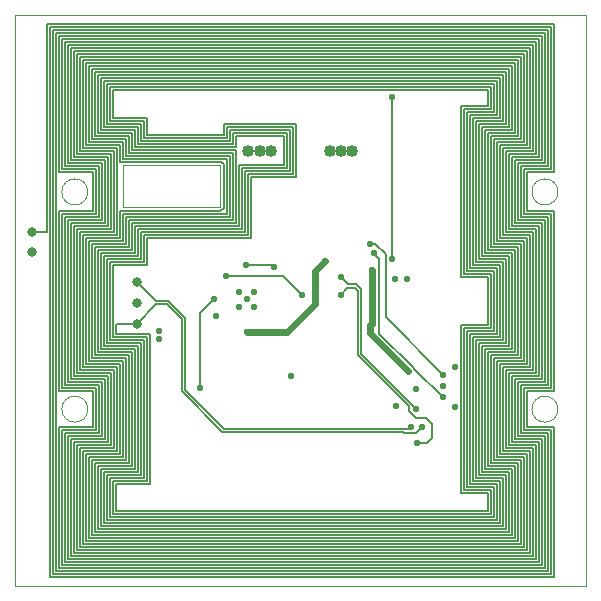
<source format=gbr>
%TF.GenerationSoftware,KiCad,Pcbnew,(5.1.4)-1*%
%TF.CreationDate,2019-10-25T20:37:58-07:00*%
%TF.ProjectId,SolarCellZ_v1,536f6c61-7243-4656-9c6c-5a5f76312e6b,rev?*%
%TF.SameCoordinates,Original*%
%TF.FileFunction,Copper,L5,Inr*%
%TF.FilePolarity,Positive*%
%FSLAX46Y46*%
G04 Gerber Fmt 4.6, Leading zero omitted, Abs format (unit mm)*
G04 Created by KiCad (PCBNEW (5.1.4)-1) date 2019-10-25 20:37:58*
%MOMM*%
%LPD*%
G04 APERTURE LIST*
%ADD10C,0.050000*%
%ADD11C,1.016000*%
%ADD12C,0.584200*%
%ADD13C,0.800000*%
%ADD14C,0.609600*%
%ADD15C,0.152400*%
%ADD16C,0.127000*%
G04 APERTURE END LIST*
D10*
X99200000Y-52750000D02*
X99200000Y-56250000D01*
X99200000Y-56250000D02*
X107400000Y-56250000D01*
X107400000Y-52750000D02*
X107400000Y-56250000D01*
X99200000Y-52750000D02*
X107400000Y-52750000D01*
X96200000Y-73400000D02*
G75*
G03X96200000Y-73400000I-1100000J0D01*
G01*
X136000000Y-73400000D02*
G75*
G03X136000000Y-73400000I-1100000J0D01*
G01*
X136000000Y-55000000D02*
G75*
G03X136000000Y-55000000I-1100000J0D01*
G01*
X96200000Y-55000000D02*
G75*
G03X96200000Y-55000000I-1100000J0D01*
G01*
X138400000Y-88400000D02*
X90000000Y-88400000D01*
X90000000Y-88400000D02*
X90000000Y-40000000D01*
X138400000Y-40000000D02*
X138400000Y-88400000D01*
X90000000Y-40000000D02*
X138400000Y-40000000D01*
D11*
X116700000Y-51500000D03*
X117650000Y-51500000D03*
X111700000Y-51500000D03*
X110750000Y-51500000D03*
X118600000Y-51500000D03*
X109800000Y-51500000D03*
D12*
X126301500Y-71437500D03*
X124015500Y-71691500D03*
X120268110Y-61604791D03*
X120078500Y-66357500D03*
X127254000Y-69786500D03*
X123317000Y-70167500D03*
X107032512Y-65473693D03*
X109654340Y-64046100D03*
X113411000Y-70548500D03*
X110253760Y-64708256D03*
X108983760Y-64708256D03*
X110261400Y-63439040D03*
X108983760Y-63463656D03*
X122237500Y-62357000D03*
X123253500Y-62357000D03*
X122301000Y-73088500D03*
X127254000Y-73215500D03*
X126301500Y-70485000D03*
X120111294Y-59382647D03*
X126238000Y-72390000D03*
X120396000Y-60198000D03*
X121920000Y-60706000D03*
X121920000Y-46990000D03*
X124015500Y-73406000D03*
X117602000Y-62166500D03*
X116268500Y-60833000D03*
X109644160Y-66892656D03*
X107886500Y-62103000D03*
X114299990Y-63690500D03*
X124045117Y-76257156D03*
X117602000Y-63690500D03*
X109601000Y-61214000D03*
X111950500Y-61380850D03*
X105664000Y-71628000D03*
X106874656Y-64098656D03*
X102235000Y-67437000D03*
X102235000Y-66802000D03*
D13*
X91440000Y-58420000D03*
X91440000Y-60071000D03*
X100330000Y-64389000D03*
X100330000Y-62611000D03*
X100330000Y-66167000D03*
D12*
X124523500Y-74866500D03*
X123571000Y-74866500D03*
D14*
X120269000Y-61605681D02*
X120268110Y-61604791D01*
X120078500Y-66357500D02*
X120269000Y-66167000D01*
X120269000Y-66167000D02*
X120269000Y-61605681D01*
X120078500Y-66357500D02*
X120078500Y-66929000D01*
X120078500Y-66929000D02*
X123317000Y-70167500D01*
D15*
X121424699Y-60282961D02*
X120524385Y-59382647D01*
X120524385Y-59382647D02*
X120111294Y-59382647D01*
X121424699Y-65608199D02*
X121424699Y-60282961D01*
X126301500Y-70485000D02*
X121424699Y-65608199D01*
X123812301Y-69964301D02*
X123812301Y-69929755D01*
X126238000Y-72390000D02*
X123812301Y-69964301D01*
X120688099Y-60490099D02*
X120396000Y-60198000D01*
X120891301Y-67008755D02*
X120891301Y-60693301D01*
X123812301Y-69929755D02*
X120891301Y-67008755D01*
X120891301Y-60693301D02*
X120688099Y-60490099D01*
X121920000Y-46990000D02*
X121920000Y-60706000D01*
D16*
X119316511Y-68707011D02*
X124015500Y-73406000D01*
X119316511Y-63246011D02*
X119316511Y-68707011D01*
X118872000Y-62801500D02*
X119316511Y-63246011D01*
X117602000Y-62166500D02*
X118237000Y-62801500D01*
X118237000Y-62801500D02*
X118872000Y-62801500D01*
D14*
X115443000Y-61658500D02*
X115443000Y-64516000D01*
X113066344Y-66892656D02*
X109644160Y-66892656D01*
X116268500Y-60833000D02*
X115443000Y-61658500D01*
X115443000Y-64516000D02*
X113066344Y-66892656D01*
D15*
X107886500Y-62103000D02*
X112712490Y-62103000D01*
X112712490Y-62103000D02*
X114299990Y-63690500D01*
D16*
X124910844Y-76257156D02*
X124045117Y-76257156D01*
X125349000Y-75819000D02*
X124910844Y-76257156D01*
X123380500Y-73533000D02*
X124015500Y-74168000D01*
X118173500Y-63119000D02*
X118808500Y-63119000D01*
X118808500Y-63119000D02*
X119062500Y-63373000D01*
X119062500Y-63373000D02*
X119062500Y-68834000D01*
X125349000Y-74676000D02*
X125349000Y-75819000D01*
X124015500Y-74168000D02*
X124841000Y-74168000D01*
X117602000Y-63690500D02*
X118173500Y-63119000D01*
X119062500Y-68834000D02*
X123380500Y-73152000D01*
X124841000Y-74168000D02*
X125349000Y-74676000D01*
X123380500Y-73152000D02*
X123380500Y-73533000D01*
D15*
X109601000Y-61214000D02*
X111783650Y-61214000D01*
X111783650Y-61214000D02*
X111950500Y-61380850D01*
X106582557Y-64390755D02*
X106551245Y-64390755D01*
X106874656Y-64098656D02*
X106582557Y-64390755D01*
X105664000Y-65278000D02*
X105664000Y-71628000D01*
X106551245Y-64390755D02*
X105664000Y-65278000D01*
D16*
X91440000Y-58420000D02*
X92710000Y-58420000D01*
X98298000Y-46355000D02*
X130048000Y-46355000D01*
X98298000Y-48768000D02*
X98298000Y-46355000D01*
X101219000Y-48768000D02*
X98298000Y-48768000D01*
X101219000Y-50165000D02*
X101219000Y-48768000D01*
X107696000Y-50165000D02*
X101219000Y-50165000D01*
X107696000Y-49276000D02*
X107696000Y-50165000D01*
X113792000Y-49276000D02*
X107696000Y-49276000D01*
X113792000Y-53721000D02*
X113792000Y-49276000D01*
X109982000Y-53721000D02*
X113792000Y-53721000D01*
X109982000Y-58928000D02*
X109982000Y-53721000D01*
X101219000Y-58928000D02*
X109982000Y-58928000D01*
X101219000Y-61214000D02*
X101219000Y-58928000D01*
X98298000Y-61214000D02*
X101219000Y-61214000D01*
X98298000Y-67310000D02*
X98298000Y-61214000D01*
X101219000Y-67310000D02*
X98298000Y-67310000D01*
X101219000Y-79502000D02*
X101219000Y-67310000D01*
X98298000Y-79502000D02*
X101219000Y-79502000D01*
X98298000Y-82296000D02*
X98298000Y-79502000D01*
X130302000Y-82296000D02*
X98298000Y-82296000D01*
X130302000Y-80264000D02*
X130302000Y-82296000D01*
X128016000Y-80264000D02*
X130302000Y-80264000D01*
X128016000Y-66548000D02*
X128016000Y-80264000D01*
X130302000Y-66548000D02*
X128016000Y-66548000D01*
X130302000Y-61976000D02*
X130302000Y-66548000D01*
X128016000Y-61976000D02*
X130302000Y-61976000D01*
X128016000Y-48006000D02*
X128016000Y-61976000D01*
X130302000Y-48006000D02*
X128016000Y-48006000D01*
X130302000Y-46101000D02*
X130302000Y-48006000D01*
X98044000Y-46101000D02*
X130302000Y-46101000D01*
X98044000Y-49022000D02*
X98044000Y-46101000D01*
X100965000Y-49022000D02*
X98044000Y-49022000D01*
X100965000Y-50419000D02*
X100965000Y-49022000D01*
X107950000Y-50419000D02*
X100965000Y-50419000D01*
X107950000Y-49530000D02*
X107950000Y-50419000D01*
X113538000Y-49530000D02*
X107950000Y-49530000D01*
X113538000Y-53467000D02*
X113538000Y-49530000D01*
X109728000Y-53467000D02*
X113538000Y-53467000D01*
X109728000Y-58674000D02*
X109728000Y-53467000D01*
X100965000Y-58674000D02*
X109728000Y-58674000D01*
X100965000Y-60960000D02*
X100965000Y-58674000D01*
X98044000Y-60960000D02*
X100965000Y-60960000D01*
X98044000Y-67564000D02*
X98044000Y-60960000D01*
X100965000Y-67564000D02*
X98044000Y-67564000D01*
X100965000Y-79248000D02*
X100965000Y-67564000D01*
X98044000Y-79248000D02*
X100965000Y-79248000D01*
X98044000Y-82550000D02*
X98044000Y-79248000D01*
X130556000Y-82550000D02*
X98044000Y-82550000D01*
X130556000Y-80010000D02*
X130556000Y-82550000D01*
X128270000Y-80010000D02*
X130556000Y-80010000D01*
X128270000Y-66802000D02*
X128270000Y-80010000D01*
X130556000Y-66802000D02*
X128270000Y-66802000D01*
X130556000Y-61722000D02*
X130556000Y-66802000D01*
X128270000Y-61722000D02*
X130556000Y-61722000D01*
X128270000Y-48260000D02*
X128270000Y-61722000D01*
X130556000Y-48260000D02*
X128270000Y-48260000D01*
X130556000Y-45847000D02*
X130556000Y-48260000D01*
X97790000Y-45847000D02*
X130556000Y-45847000D01*
X97790000Y-49276000D02*
X97790000Y-45847000D01*
X100711000Y-49276000D02*
X97790000Y-49276000D01*
X100711000Y-50673000D02*
X100711000Y-49276000D01*
X108204000Y-50673000D02*
X100711000Y-50673000D01*
X108204000Y-49784000D02*
X108204000Y-50673000D01*
X113284000Y-49784000D02*
X108204000Y-49784000D01*
X113284000Y-53213000D02*
X113284000Y-49784000D01*
X100203000Y-68326000D02*
X97282000Y-68326000D01*
X108712000Y-50292000D02*
X108712000Y-51181000D01*
X129032000Y-79248000D02*
X131318000Y-79248000D01*
X129032000Y-67564000D02*
X129032000Y-79248000D01*
X97790000Y-67818000D02*
X97790000Y-60706000D01*
X131318000Y-45085000D02*
X131318000Y-49022000D01*
X97028000Y-45085000D02*
X131318000Y-45085000D01*
X127762000Y-80518000D02*
X130048000Y-80518000D01*
X131064000Y-77216000D02*
X133350000Y-77216000D01*
X94742000Y-52324000D02*
X94742000Y-42799000D01*
X108966000Y-52705000D02*
X112776000Y-52705000D01*
X96266000Y-50800000D02*
X96266000Y-44323000D01*
X131064000Y-83058000D02*
X97536000Y-83058000D01*
X108204000Y-51943000D02*
X99441000Y-51943000D01*
X130048000Y-46355000D02*
X130048000Y-47752000D01*
X132334000Y-50038000D02*
X130048000Y-50038000D01*
X108966000Y-57912000D02*
X108966000Y-52705000D01*
X98933000Y-56642000D02*
X107416014Y-56642000D01*
X94742000Y-75946000D02*
X97663000Y-75946000D01*
X132588000Y-59690000D02*
X132588000Y-68834000D01*
X133350000Y-69596000D02*
X131064000Y-69596000D01*
X96901000Y-56896000D02*
X96901000Y-53086000D01*
X99949000Y-51435000D02*
X99949000Y-50038000D01*
X93472000Y-41529000D02*
X134874000Y-41529000D01*
X94742000Y-85852000D02*
X94742000Y-75946000D01*
X132588000Y-50292000D02*
X130302000Y-50292000D01*
X133858000Y-85852000D02*
X94742000Y-85852000D01*
X132588000Y-68834000D02*
X130302000Y-68834000D01*
X133858000Y-76708000D02*
X133858000Y-85852000D01*
X132080000Y-84074000D02*
X96520000Y-84074000D01*
X131572000Y-76708000D02*
X133858000Y-76708000D01*
X98679000Y-69850000D02*
X95758000Y-69850000D01*
X131572000Y-70104000D02*
X131572000Y-76708000D01*
X129794000Y-68326000D02*
X129794000Y-78486000D01*
X133858000Y-70104000D02*
X131572000Y-70104000D01*
X95250000Y-85344000D02*
X95250000Y-76454000D01*
X133858000Y-58420000D02*
X133858000Y-70104000D01*
X130048000Y-80518000D02*
X130048000Y-82042000D01*
X107950000Y-56896000D02*
X107950000Y-52197000D01*
X131572000Y-58420000D02*
X133858000Y-58420000D01*
X95504000Y-43561000D02*
X132842000Y-43561000D01*
X131572000Y-51562000D02*
X131572000Y-58420000D01*
X98552000Y-66294000D02*
X98679000Y-66167000D01*
X98171000Y-51816000D02*
X95250000Y-51816000D01*
X133858000Y-51562000D02*
X131572000Y-51562000D01*
X95250000Y-76454000D02*
X98171000Y-76454000D01*
X133858000Y-42545000D02*
X133858000Y-51562000D01*
X130048000Y-62230000D02*
X130048000Y-66294000D01*
X132842000Y-69088000D02*
X130556000Y-69088000D01*
X131064000Y-69596000D02*
X131064000Y-77216000D01*
X134112000Y-58166000D02*
X134112000Y-70358000D01*
X94488000Y-42545000D02*
X133858000Y-42545000D01*
X133096000Y-50800000D02*
X130810000Y-50800000D01*
X94488000Y-52578000D02*
X94488000Y-42545000D01*
X130556000Y-77724000D02*
X132842000Y-77724000D01*
X97409000Y-52578000D02*
X94488000Y-52578000D01*
X132334000Y-59944000D02*
X132334000Y-68580000D01*
X97409000Y-57404000D02*
X97409000Y-52578000D01*
X96012000Y-51054000D02*
X96012000Y-44069000D01*
X94488000Y-57404000D02*
X97409000Y-57404000D01*
X96012000Y-84582000D02*
X96012000Y-77216000D01*
X133350000Y-43053000D02*
X133350000Y-51054000D01*
X131826000Y-51816000D02*
X131826000Y-58166000D01*
X94488000Y-71120000D02*
X94488000Y-57404000D01*
X95250000Y-70358000D02*
X95250000Y-58166000D01*
X97409000Y-71120000D02*
X94488000Y-71120000D01*
X132334000Y-44069000D02*
X132334000Y-50038000D01*
X97409000Y-75692000D02*
X97409000Y-71120000D01*
X98425000Y-70104000D02*
X95504000Y-70104000D01*
X94488000Y-75692000D02*
X97409000Y-75692000D01*
X132842000Y-59436000D02*
X132842000Y-69088000D01*
X94488000Y-86106000D02*
X94488000Y-75692000D01*
X99441000Y-51943000D02*
X99441000Y-50546000D01*
X134112000Y-86106000D02*
X94488000Y-86106000D01*
X130810000Y-77470000D02*
X133096000Y-77470000D01*
X134112000Y-76454000D02*
X134112000Y-86106000D01*
X127762000Y-47752000D02*
X127762000Y-62230000D01*
X98679000Y-58674000D02*
X98679000Y-51308000D01*
X131826000Y-76454000D02*
X134112000Y-76454000D01*
X107509014Y-52451000D02*
X98933000Y-52451000D01*
X131826000Y-70358000D02*
X131826000Y-76454000D01*
X92964000Y-87630000D02*
X92964000Y-41021000D01*
X95758000Y-51308000D02*
X95758000Y-43815000D01*
X131826000Y-58166000D02*
X134112000Y-58166000D01*
X97282000Y-68326000D02*
X97282000Y-60198000D01*
X133096000Y-75184000D02*
X135382000Y-75184000D01*
X134112000Y-51816000D02*
X131826000Y-51816000D01*
X134112000Y-42291000D02*
X134112000Y-51816000D01*
X131318000Y-79248000D02*
X131318000Y-83312000D01*
X133096000Y-53086000D02*
X133096000Y-56896000D01*
X94234000Y-42291000D02*
X134112000Y-42291000D01*
X97155000Y-52832000D02*
X94234000Y-52832000D01*
X97917000Y-52070000D02*
X94996000Y-52070000D01*
X133350000Y-58928000D02*
X133350000Y-69596000D01*
X130810000Y-45593000D02*
X130810000Y-48514000D01*
X131318000Y-49022000D02*
X129032000Y-49022000D01*
X135636000Y-40767000D02*
X135636000Y-53340000D01*
X97155000Y-75438000D02*
X97155000Y-71374000D01*
X97155000Y-57150000D02*
X97155000Y-52832000D01*
X97917000Y-57912000D02*
X97917000Y-52070000D01*
X94234000Y-57150000D02*
X97155000Y-57150000D01*
X133096000Y-59182000D02*
X133096000Y-69342000D01*
X97155000Y-71374000D02*
X94234000Y-71374000D01*
X131318000Y-83312000D02*
X97282000Y-83312000D01*
X135382000Y-71628000D02*
X133096000Y-71628000D01*
X130556000Y-69088000D02*
X130556000Y-77724000D01*
X94234000Y-86360000D02*
X94234000Y-75438000D01*
X133096000Y-69342000D02*
X130810000Y-69342000D01*
X97917000Y-70612000D02*
X94996000Y-70612000D01*
X132080000Y-57912000D02*
X134366000Y-57912000D01*
X134366000Y-86360000D02*
X94234000Y-86360000D01*
X95250000Y-51816000D02*
X95250000Y-43307000D01*
X134366000Y-70612000D02*
X132080000Y-70612000D01*
X133096000Y-43307000D02*
X133096000Y-50800000D01*
X97663000Y-57658000D02*
X97663000Y-52324000D01*
X133604000Y-85598000D02*
X94996000Y-85598000D01*
X134366000Y-57912000D02*
X134366000Y-70612000D01*
X133604000Y-76962000D02*
X133604000Y-85598000D01*
X93980000Y-53086000D02*
X93980000Y-42037000D01*
X132080000Y-52070000D02*
X132080000Y-57912000D01*
X132588000Y-43815000D02*
X132588000Y-50292000D01*
X134366000Y-42037000D02*
X134366000Y-52070000D01*
X130556000Y-59436000D02*
X132842000Y-59436000D01*
X131318000Y-76962000D02*
X133604000Y-76962000D01*
X131318000Y-58674000D02*
X133604000Y-58674000D01*
X94234000Y-52832000D02*
X94234000Y-42291000D01*
X94996000Y-57912000D02*
X97917000Y-57912000D01*
X94234000Y-75438000D02*
X97155000Y-75438000D01*
X97028000Y-50038000D02*
X97028000Y-45085000D01*
X133096000Y-71628000D02*
X133096000Y-75184000D01*
X134366000Y-52070000D02*
X132080000Y-52070000D01*
X135128000Y-57150000D02*
X135128000Y-71374000D01*
X134112000Y-70358000D02*
X131826000Y-70358000D01*
X130810000Y-59182000D02*
X133096000Y-59182000D01*
X93726000Y-86868000D02*
X93726000Y-74930000D01*
X95250000Y-43307000D02*
X133096000Y-43307000D01*
X97663000Y-70866000D02*
X94742000Y-70866000D01*
X100203000Y-49784000D02*
X97282000Y-49784000D01*
X96266000Y-77470000D02*
X99187000Y-77470000D01*
X94996000Y-52070000D02*
X94996000Y-43053000D01*
X94742000Y-57658000D02*
X97663000Y-57658000D01*
X109220000Y-52959000D02*
X113030000Y-52959000D01*
X97028000Y-68580000D02*
X97028000Y-59944000D01*
X132080000Y-70612000D02*
X132080000Y-76200000D01*
X133604000Y-51308000D02*
X131318000Y-51308000D01*
X97282000Y-83312000D02*
X97282000Y-78486000D01*
X135636000Y-74930000D02*
X135636000Y-87630000D01*
X93726000Y-41783000D02*
X134620000Y-41783000D01*
X134620000Y-57658000D02*
X134620000Y-70866000D01*
X132334000Y-57658000D02*
X134620000Y-57658000D01*
X133096000Y-85090000D02*
X95504000Y-85090000D01*
X93980000Y-56896000D02*
X96901000Y-56896000D01*
X96647000Y-74930000D02*
X96647000Y-71882000D01*
X133604000Y-69850000D02*
X131318000Y-69850000D01*
X97663000Y-52324000D02*
X94742000Y-52324000D01*
X133350000Y-51054000D02*
X131064000Y-51054000D01*
X129032000Y-60960000D02*
X131318000Y-60960000D01*
X132842000Y-57150000D02*
X135128000Y-57150000D01*
X134366000Y-76200000D02*
X134366000Y-86360000D01*
X93980000Y-71628000D02*
X93980000Y-56896000D01*
X98679000Y-51308000D02*
X95758000Y-51308000D01*
X97536000Y-78740000D02*
X100457000Y-78740000D01*
X135636000Y-56642000D02*
X135636000Y-71882000D01*
X99695000Y-57404000D02*
X108458000Y-57404000D01*
X132334000Y-70866000D02*
X132334000Y-75946000D01*
X132080000Y-76200000D02*
X134366000Y-76200000D01*
X131318000Y-69850000D02*
X131318000Y-76962000D01*
X96647000Y-71882000D02*
X93726000Y-71882000D01*
X93726000Y-71882000D02*
X93726000Y-56642000D01*
X108458000Y-50927000D02*
X100457000Y-50927000D01*
X99949000Y-50038000D02*
X97028000Y-50038000D01*
X133350000Y-71882000D02*
X133350000Y-74930000D01*
X97917000Y-76200000D02*
X97917000Y-70612000D01*
X131064000Y-58928000D02*
X133350000Y-58928000D01*
X93726000Y-74930000D02*
X96647000Y-74930000D01*
X97663000Y-75946000D02*
X97663000Y-70866000D01*
X133604000Y-58674000D02*
X133604000Y-69850000D01*
X134620000Y-75946000D02*
X134620000Y-86614000D01*
X94996000Y-76200000D02*
X97917000Y-76200000D01*
X94996000Y-43053000D02*
X133350000Y-43053000D01*
X134620000Y-52324000D02*
X132334000Y-52324000D01*
X132842000Y-50546000D02*
X130556000Y-50546000D01*
X94742000Y-70866000D02*
X94742000Y-57658000D01*
X131064000Y-51054000D02*
X131064000Y-58928000D01*
X132334000Y-75946000D02*
X134620000Y-75946000D01*
X96901000Y-75184000D02*
X96901000Y-71628000D01*
X131318000Y-51308000D02*
X131318000Y-58674000D01*
X94234000Y-71374000D02*
X94234000Y-57150000D01*
X95758000Y-58674000D02*
X98679000Y-58674000D01*
X96901000Y-71628000D02*
X93980000Y-71628000D01*
X95758000Y-76962000D02*
X98679000Y-76962000D01*
X134620000Y-41783000D02*
X134620000Y-52324000D01*
X128524000Y-67056000D02*
X128524000Y-79756000D01*
X129032000Y-49022000D02*
X129032000Y-60960000D01*
X134874000Y-52578000D02*
X132588000Y-52578000D01*
X133604000Y-42799000D02*
X133604000Y-51308000D01*
X96901000Y-53086000D02*
X93980000Y-53086000D01*
X131318000Y-60960000D02*
X131318000Y-67564000D01*
X134874000Y-75692000D02*
X134874000Y-86868000D01*
X131318000Y-67564000D02*
X129032000Y-67564000D01*
X132588000Y-57404000D02*
X134874000Y-57404000D01*
X134620000Y-86614000D02*
X93980000Y-86614000D01*
X96647000Y-56642000D02*
X96647000Y-53340000D01*
X131064000Y-79502000D02*
X131064000Y-83058000D01*
X100203000Y-78486000D02*
X100203000Y-68326000D01*
X132588000Y-71120000D02*
X132588000Y-75692000D01*
X94996000Y-85598000D02*
X94996000Y-76200000D01*
X94996000Y-70612000D02*
X94996000Y-57912000D01*
X134620000Y-70866000D02*
X132334000Y-70866000D01*
X97282000Y-78486000D02*
X100203000Y-78486000D01*
X134874000Y-86868000D02*
X93726000Y-86868000D01*
X93726000Y-56642000D02*
X96647000Y-56642000D01*
X95758000Y-84836000D02*
X95758000Y-76962000D01*
X96647000Y-53340000D02*
X93726000Y-53340000D01*
X95250000Y-58166000D02*
X98171000Y-58166000D01*
X93726000Y-53340000D02*
X93726000Y-41783000D01*
X95504000Y-51562000D02*
X95504000Y-43561000D01*
X135128000Y-71374000D02*
X132842000Y-71374000D01*
X133350000Y-85344000D02*
X95250000Y-85344000D01*
X132334000Y-52324000D02*
X132334000Y-57658000D01*
X95504000Y-58420000D02*
X98425000Y-58420000D01*
X93980000Y-86614000D02*
X93980000Y-75184000D01*
X130556000Y-50546000D02*
X130556000Y-59436000D01*
X93980000Y-75184000D02*
X96901000Y-75184000D01*
X130810000Y-69342000D02*
X130810000Y-77470000D01*
X93980000Y-42037000D02*
X134366000Y-42037000D01*
X95758000Y-43815000D02*
X132588000Y-43815000D01*
X98552000Y-82042000D02*
X98552000Y-79756000D01*
X133350000Y-77216000D02*
X133350000Y-85344000D01*
X98679000Y-66167000D02*
X100330000Y-66167000D01*
X98171000Y-76454000D02*
X98171000Y-70358000D01*
X101473000Y-67056000D02*
X98552000Y-67056000D01*
X98171000Y-70358000D02*
X95250000Y-70358000D01*
X98171000Y-58166000D02*
X98171000Y-51816000D01*
X127762000Y-62230000D02*
X130048000Y-62230000D01*
X130810000Y-50800000D02*
X130810000Y-59182000D01*
X130048000Y-47752000D02*
X127762000Y-47752000D01*
X133096000Y-77470000D02*
X133096000Y-85090000D01*
X98552000Y-67056000D02*
X98552000Y-66294000D01*
X95504000Y-85090000D02*
X95504000Y-76708000D01*
X95504000Y-76708000D02*
X98425000Y-76708000D01*
X98552000Y-79756000D02*
X101473000Y-79756000D01*
X98425000Y-76708000D02*
X98425000Y-70104000D01*
X95504000Y-70104000D02*
X95504000Y-58420000D01*
X127762000Y-66294000D02*
X127762000Y-80518000D01*
X98425000Y-58420000D02*
X98425000Y-51562000D01*
X98425000Y-51562000D02*
X95504000Y-51562000D01*
X101473000Y-79756000D02*
X101473000Y-67056000D01*
X132842000Y-43561000D02*
X132842000Y-50546000D01*
X132842000Y-77724000D02*
X132842000Y-84836000D01*
X132842000Y-84836000D02*
X95758000Y-84836000D01*
X98679000Y-76962000D02*
X98679000Y-69850000D01*
X95758000Y-69850000D02*
X95758000Y-58674000D01*
X130302000Y-50292000D02*
X130302000Y-59690000D01*
X130302000Y-59690000D02*
X132588000Y-59690000D01*
X130302000Y-68834000D02*
X130302000Y-77978000D01*
X130302000Y-77978000D02*
X132588000Y-77978000D01*
X132588000Y-77978000D02*
X132588000Y-84582000D01*
X128778000Y-61214000D02*
X131064000Y-61214000D01*
X132588000Y-84582000D02*
X96012000Y-84582000D01*
X100457000Y-58166000D02*
X109220000Y-58166000D01*
X96012000Y-77216000D02*
X98933000Y-77216000D01*
X97282000Y-60198000D02*
X100203000Y-60198000D01*
X98933000Y-77216000D02*
X98933000Y-69596000D01*
X128524000Y-61468000D02*
X130810000Y-61468000D01*
X98933000Y-69596000D02*
X96012000Y-69596000D01*
X96012000Y-69596000D02*
X96012000Y-58928000D01*
X96012000Y-58928000D02*
X98933000Y-58928000D01*
X98933000Y-58928000D02*
X98933000Y-56642000D01*
X97790000Y-82804000D02*
X97790000Y-78994000D01*
X107416014Y-56642000D02*
X107688510Y-56369504D01*
X107688510Y-56369504D02*
X107688510Y-52630496D01*
X107688510Y-52630496D02*
X107509014Y-52451000D01*
X108458000Y-50038000D02*
X108458000Y-50927000D01*
X98933000Y-52451000D02*
X98933000Y-51054000D01*
X130810000Y-61468000D02*
X130810000Y-67056000D01*
X98933000Y-51054000D02*
X96012000Y-51054000D01*
X96012000Y-44069000D02*
X132334000Y-44069000D01*
X130048000Y-50038000D02*
X130048000Y-59944000D01*
X130048000Y-59944000D02*
X132334000Y-59944000D01*
X132334000Y-68580000D02*
X130048000Y-68580000D01*
X100711000Y-78994000D02*
X100711000Y-67818000D01*
X130048000Y-68580000D02*
X130048000Y-78232000D01*
X128778000Y-48768000D02*
X128778000Y-61214000D01*
X130048000Y-78232000D02*
X132334000Y-78232000D01*
X112776000Y-52705000D02*
X112776000Y-50292000D01*
X132334000Y-78232000D02*
X132334000Y-84328000D01*
X97282000Y-49784000D02*
X97282000Y-45339000D01*
X132334000Y-84328000D02*
X96266000Y-84328000D01*
X131064000Y-67310000D02*
X128778000Y-67310000D01*
X96266000Y-84328000D02*
X96266000Y-77470000D01*
X128524000Y-48514000D02*
X128524000Y-61468000D01*
X99187000Y-77470000D02*
X99187000Y-69342000D01*
X99187000Y-69342000D02*
X96266000Y-69342000D01*
X96266000Y-69342000D02*
X96266000Y-59182000D01*
X97536000Y-68072000D02*
X97536000Y-60452000D01*
X96266000Y-59182000D02*
X99187000Y-59182000D01*
X99187000Y-59182000D02*
X99187000Y-56896000D01*
X100457000Y-50927000D02*
X100457000Y-49530000D01*
X99187000Y-56896000D02*
X107950000Y-56896000D01*
X128524000Y-79756000D02*
X130810000Y-79756000D01*
X107950000Y-52197000D02*
X99187000Y-52197000D01*
X113030000Y-52959000D02*
X113030000Y-50038000D01*
X99187000Y-52197000D02*
X99187000Y-50800000D01*
X99187000Y-50800000D02*
X96266000Y-50800000D01*
X96266000Y-44323000D02*
X132080000Y-44323000D01*
X97790000Y-78994000D02*
X100711000Y-78994000D01*
X132080000Y-44323000D02*
X132080000Y-49784000D01*
X132080000Y-49784000D02*
X129794000Y-49784000D01*
X97536000Y-49530000D02*
X97536000Y-45593000D01*
X129794000Y-49784000D02*
X129794000Y-60198000D01*
X130810000Y-48514000D02*
X128524000Y-48514000D01*
X129794000Y-60198000D02*
X132080000Y-60198000D01*
X131064000Y-45339000D02*
X131064000Y-48768000D01*
X132080000Y-60198000D02*
X132080000Y-68326000D01*
X132080000Y-68326000D02*
X129794000Y-68326000D01*
X97536000Y-45593000D02*
X130810000Y-45593000D01*
X94742000Y-42799000D02*
X133604000Y-42799000D01*
X129794000Y-78486000D02*
X132080000Y-78486000D01*
X100711000Y-67818000D02*
X97790000Y-67818000D01*
X132080000Y-78486000D02*
X132080000Y-84074000D01*
X96520000Y-84074000D02*
X96520000Y-77724000D01*
X96520000Y-77724000D02*
X99441000Y-77724000D01*
X130048000Y-66294000D02*
X127762000Y-66294000D01*
X99441000Y-77724000D02*
X99441000Y-69088000D01*
X130810000Y-82804000D02*
X97790000Y-82804000D01*
X99441000Y-69088000D02*
X96520000Y-69088000D01*
X96520000Y-69088000D02*
X96520000Y-59436000D01*
X130810000Y-67056000D02*
X128524000Y-67056000D01*
X96520000Y-59436000D02*
X99441000Y-59436000D01*
X113030000Y-50038000D02*
X108458000Y-50038000D01*
X99441000Y-59436000D02*
X99441000Y-57150000D01*
X99441000Y-57150000D02*
X108204000Y-57150000D01*
X108204000Y-57150000D02*
X108204000Y-51943000D01*
X100457000Y-49530000D02*
X97536000Y-49530000D01*
X99441000Y-50546000D02*
X96520000Y-50546000D01*
X130048000Y-82042000D02*
X98552000Y-82042000D01*
X96520000Y-50546000D02*
X96520000Y-44577000D01*
X135382000Y-75184000D02*
X135382000Y-87376000D01*
X96520000Y-44577000D02*
X131826000Y-44577000D01*
X131826000Y-44577000D02*
X131826000Y-49530000D01*
X132842000Y-71374000D02*
X132842000Y-75438000D01*
X131826000Y-49530000D02*
X129540000Y-49530000D01*
X109220000Y-58166000D02*
X109220000Y-52959000D01*
X135636000Y-53340000D02*
X133350000Y-53340000D01*
X129540000Y-49530000D02*
X129540000Y-60452000D01*
X132588000Y-75692000D02*
X134874000Y-75692000D01*
X129540000Y-60452000D02*
X131826000Y-60452000D01*
X93218000Y-87376000D02*
X93218000Y-41275000D01*
X131826000Y-60452000D02*
X131826000Y-68072000D01*
X135382000Y-53086000D02*
X133096000Y-53086000D01*
X131826000Y-68072000D02*
X129540000Y-68072000D01*
X135128000Y-75438000D02*
X135128000Y-87122000D01*
X129540000Y-68072000D02*
X129540000Y-78740000D01*
X128778000Y-79502000D02*
X131064000Y-79502000D01*
X135128000Y-87122000D02*
X93472000Y-87122000D01*
X129540000Y-78740000D02*
X131826000Y-78740000D01*
X131064000Y-48768000D02*
X128778000Y-48768000D01*
X131826000Y-78740000D02*
X131826000Y-83820000D01*
X135128000Y-41275000D02*
X135128000Y-52832000D01*
X131826000Y-83820000D02*
X96774000Y-83820000D01*
X100457000Y-60452000D02*
X100457000Y-58166000D01*
X135636000Y-87630000D02*
X92964000Y-87630000D01*
X96774000Y-83820000D02*
X96774000Y-77978000D01*
X100711000Y-60706000D02*
X100711000Y-58420000D01*
X96774000Y-77978000D02*
X99695000Y-77978000D01*
X99695000Y-77978000D02*
X99695000Y-68834000D01*
X97790000Y-60706000D02*
X100711000Y-60706000D01*
X99695000Y-68834000D02*
X96774000Y-68834000D01*
X109474000Y-58420000D02*
X109474000Y-53213000D01*
X134874000Y-41529000D02*
X134874000Y-52578000D01*
X96774000Y-68834000D02*
X96774000Y-59690000D01*
X96774000Y-59690000D02*
X99695000Y-59690000D01*
X99695000Y-59690000D02*
X99695000Y-57404000D01*
X109474000Y-53213000D02*
X113284000Y-53213000D01*
X135382000Y-41021000D02*
X135382000Y-53086000D01*
X108458000Y-57404000D02*
X108458000Y-51689000D01*
X97536000Y-83058000D02*
X97536000Y-78740000D01*
X132842000Y-52832000D02*
X132842000Y-57150000D01*
X108458000Y-51689000D02*
X99695000Y-51689000D01*
X131064000Y-61214000D02*
X131064000Y-67310000D01*
X134874000Y-57404000D02*
X134874000Y-71120000D01*
X99695000Y-51689000D02*
X99695000Y-50292000D01*
X135128000Y-52832000D02*
X132842000Y-52832000D01*
X99695000Y-50292000D02*
X96774000Y-50292000D01*
X93472000Y-87122000D02*
X93472000Y-41529000D01*
X96774000Y-50292000D02*
X96774000Y-44831000D01*
X108712000Y-51181000D02*
X100203000Y-51181000D01*
X132588000Y-52578000D02*
X132588000Y-57404000D01*
X96774000Y-44831000D02*
X131572000Y-44831000D01*
X100711000Y-58420000D02*
X109474000Y-58420000D01*
X131572000Y-44831000D02*
X131572000Y-49276000D01*
X130810000Y-79756000D02*
X130810000Y-82804000D01*
X92964000Y-41021000D02*
X135382000Y-41021000D01*
X131572000Y-49276000D02*
X129286000Y-49276000D01*
X133350000Y-53340000D02*
X133350000Y-56642000D01*
X129286000Y-49276000D02*
X129286000Y-60706000D01*
X100203000Y-60198000D02*
X100203000Y-57912000D01*
X132842000Y-75438000D02*
X135128000Y-75438000D01*
X129286000Y-60706000D02*
X131572000Y-60706000D01*
X112776000Y-50292000D02*
X108712000Y-50292000D01*
X131572000Y-60706000D02*
X131572000Y-67818000D01*
X135382000Y-56896000D02*
X135382000Y-71628000D01*
X131572000Y-67818000D02*
X129286000Y-67818000D01*
X129286000Y-67818000D02*
X129286000Y-78994000D01*
X133350000Y-56642000D02*
X135636000Y-56642000D01*
X129286000Y-78994000D02*
X131572000Y-78994000D01*
X100457000Y-68072000D02*
X97536000Y-68072000D01*
X131572000Y-78994000D02*
X131572000Y-83566000D01*
X133350000Y-74930000D02*
X135636000Y-74930000D01*
X131572000Y-83566000D02*
X97028000Y-83566000D01*
X97282000Y-45339000D02*
X131064000Y-45339000D01*
X135636000Y-71882000D02*
X133350000Y-71882000D01*
X97028000Y-83566000D02*
X97028000Y-78232000D01*
X100203000Y-57912000D02*
X108966000Y-57912000D01*
X133096000Y-56896000D02*
X135382000Y-56896000D01*
X97028000Y-78232000D02*
X99949000Y-78232000D01*
X93218000Y-41275000D02*
X135128000Y-41275000D01*
X99949000Y-78232000D02*
X99949000Y-68580000D01*
X99949000Y-68580000D02*
X97028000Y-68580000D01*
X97536000Y-60452000D02*
X100457000Y-60452000D01*
X92710000Y-58420000D02*
X92710000Y-40767000D01*
X97028000Y-59944000D02*
X99949000Y-59944000D01*
X100457000Y-78740000D02*
X100457000Y-68072000D01*
X134874000Y-71120000D02*
X132588000Y-71120000D01*
X99949000Y-59944000D02*
X99949000Y-57658000D01*
X99949000Y-57658000D02*
X108712000Y-57658000D01*
X100203000Y-51181000D02*
X100203000Y-49784000D01*
X135382000Y-87376000D02*
X93218000Y-87376000D01*
X108712000Y-57658000D02*
X108712000Y-51435000D01*
X128778000Y-67310000D02*
X128778000Y-79502000D01*
X92710000Y-40767000D02*
X135636000Y-40767000D01*
X108712000Y-51435000D02*
X99949000Y-51435000D01*
X123952000Y-75438000D02*
X124523500Y-74866500D01*
X101981000Y-64516000D02*
X102870000Y-64516000D01*
X100330000Y-66167000D02*
X101981000Y-64516000D01*
X122872500Y-75311000D02*
X122999500Y-75438000D01*
X102870000Y-64516000D02*
X104140000Y-65786000D01*
X122999500Y-75438000D02*
X123952000Y-75438000D01*
X104140000Y-65786000D02*
X104140000Y-71882000D01*
X104140000Y-71882000D02*
X107569000Y-75311000D01*
X107569000Y-75311000D02*
X122872500Y-75311000D01*
X101981000Y-64262000D02*
X100330000Y-62611000D01*
X123380500Y-75057000D02*
X107696000Y-75057000D01*
X123571000Y-74866500D02*
X123380500Y-75057000D01*
X107696000Y-75057000D02*
X104394000Y-71755000D01*
X104394000Y-71755000D02*
X104394000Y-65659000D01*
X104394000Y-65659000D02*
X102997000Y-64262000D01*
X102997000Y-64262000D02*
X101981000Y-64262000D01*
M02*

</source>
